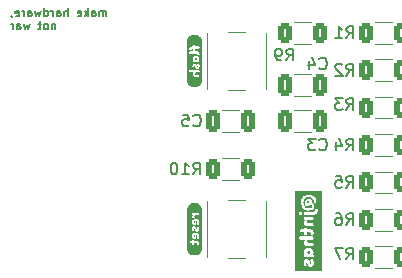
<source format=gbo>
G04 #@! TF.GenerationSoftware,KiCad,Pcbnew,6.0.8-f2edbf62ab~116~ubuntu22.04.1*
G04 #@! TF.CreationDate,2022-11-21T22:24:26-03:00*
G04 #@! TF.ProjectId,pip,7069702e-6b69-4636-9164-5f7063625858,rev?*
G04 #@! TF.SameCoordinates,Original*
G04 #@! TF.FileFunction,Legend,Bot*
G04 #@! TF.FilePolarity,Positive*
%FSLAX46Y46*%
G04 Gerber Fmt 4.6, Leading zero omitted, Abs format (unit mm)*
G04 Created by KiCad (PCBNEW 6.0.8-f2edbf62ab~116~ubuntu22.04.1) date 2022-11-21 22:24:26*
%MOMM*%
%LPD*%
G01*
G04 APERTURE LIST*
G04 Aperture macros list*
%AMRoundRect*
0 Rectangle with rounded corners*
0 $1 Rounding radius*
0 $2 $3 $4 $5 $6 $7 $8 $9 X,Y pos of 4 corners*
0 Add a 4 corners polygon primitive as box body*
4,1,4,$2,$3,$4,$5,$6,$7,$8,$9,$2,$3,0*
0 Add four circle primitives for the rounded corners*
1,1,$1+$1,$2,$3*
1,1,$1+$1,$4,$5*
1,1,$1+$1,$6,$7*
1,1,$1+$1,$8,$9*
0 Add four rect primitives between the rounded corners*
20,1,$1+$1,$2,$3,$4,$5,0*
20,1,$1+$1,$4,$5,$6,$7,0*
20,1,$1+$1,$6,$7,$8,$9,0*
20,1,$1+$1,$8,$9,$2,$3,0*%
G04 Aperture macros list end*
%ADD10C,0.175000*%
%ADD11C,0.150000*%
%ADD12C,0.120000*%
%ADD13C,0.800000*%
%ADD14R,1.700000X1.700000*%
%ADD15O,1.700000X1.700000*%
%ADD16RoundRect,0.250000X0.312500X0.625000X-0.312500X0.625000X-0.312500X-0.625000X0.312500X-0.625000X0*%
%ADD17RoundRect,0.250000X-0.325000X-0.650000X0.325000X-0.650000X0.325000X0.650000X-0.325000X0.650000X0*%
%ADD18RoundRect,0.250000X-0.312500X-0.625000X0.312500X-0.625000X0.312500X0.625000X-0.312500X0.625000X0*%
%ADD19RoundRect,0.250000X0.325000X0.650000X-0.325000X0.650000X-0.325000X-0.650000X0.325000X-0.650000X0*%
%ADD20R,0.800000X1.000000*%
G04 APERTURE END LIST*
D10*
X125882416Y-80525166D02*
X125882416Y-80058500D01*
X125882416Y-80125166D02*
X125849083Y-80091833D01*
X125782416Y-80058500D01*
X125682416Y-80058500D01*
X125615750Y-80091833D01*
X125582416Y-80158500D01*
X125582416Y-80525166D01*
X125582416Y-80158500D02*
X125549083Y-80091833D01*
X125482416Y-80058500D01*
X125382416Y-80058500D01*
X125315750Y-80091833D01*
X125282416Y-80158500D01*
X125282416Y-80525166D01*
X124649083Y-80525166D02*
X124649083Y-80158500D01*
X124682416Y-80091833D01*
X124749083Y-80058500D01*
X124882416Y-80058500D01*
X124949083Y-80091833D01*
X124649083Y-80491833D02*
X124715750Y-80525166D01*
X124882416Y-80525166D01*
X124949083Y-80491833D01*
X124982416Y-80425166D01*
X124982416Y-80358500D01*
X124949083Y-80291833D01*
X124882416Y-80258500D01*
X124715750Y-80258500D01*
X124649083Y-80225166D01*
X124315750Y-80525166D02*
X124315750Y-79825166D01*
X124249083Y-80258500D02*
X124049083Y-80525166D01*
X124049083Y-80058500D02*
X124315750Y-80325166D01*
X123482416Y-80491833D02*
X123549083Y-80525166D01*
X123682416Y-80525166D01*
X123749083Y-80491833D01*
X123782416Y-80425166D01*
X123782416Y-80158500D01*
X123749083Y-80091833D01*
X123682416Y-80058500D01*
X123549083Y-80058500D01*
X123482416Y-80091833D01*
X123449083Y-80158500D01*
X123449083Y-80225166D01*
X123782416Y-80291833D01*
X122615750Y-80525166D02*
X122615750Y-79825166D01*
X122315750Y-80525166D02*
X122315750Y-80158500D01*
X122349083Y-80091833D01*
X122415750Y-80058500D01*
X122515750Y-80058500D01*
X122582416Y-80091833D01*
X122615750Y-80125166D01*
X121682416Y-80525166D02*
X121682416Y-80158500D01*
X121715750Y-80091833D01*
X121782416Y-80058500D01*
X121915750Y-80058500D01*
X121982416Y-80091833D01*
X121682416Y-80491833D02*
X121749083Y-80525166D01*
X121915750Y-80525166D01*
X121982416Y-80491833D01*
X122015750Y-80425166D01*
X122015750Y-80358500D01*
X121982416Y-80291833D01*
X121915750Y-80258500D01*
X121749083Y-80258500D01*
X121682416Y-80225166D01*
X121349083Y-80525166D02*
X121349083Y-80058500D01*
X121349083Y-80191833D02*
X121315750Y-80125166D01*
X121282416Y-80091833D01*
X121215750Y-80058500D01*
X121149083Y-80058500D01*
X120615750Y-80525166D02*
X120615750Y-79825166D01*
X120615750Y-80491833D02*
X120682416Y-80525166D01*
X120815750Y-80525166D01*
X120882416Y-80491833D01*
X120915750Y-80458500D01*
X120949083Y-80391833D01*
X120949083Y-80191833D01*
X120915750Y-80125166D01*
X120882416Y-80091833D01*
X120815750Y-80058500D01*
X120682416Y-80058500D01*
X120615750Y-80091833D01*
X120349083Y-80058500D02*
X120215750Y-80525166D01*
X120082416Y-80191833D01*
X119949083Y-80525166D01*
X119815750Y-80058500D01*
X119249083Y-80525166D02*
X119249083Y-80158500D01*
X119282416Y-80091833D01*
X119349083Y-80058500D01*
X119482416Y-80058500D01*
X119549083Y-80091833D01*
X119249083Y-80491833D02*
X119315750Y-80525166D01*
X119482416Y-80525166D01*
X119549083Y-80491833D01*
X119582416Y-80425166D01*
X119582416Y-80358500D01*
X119549083Y-80291833D01*
X119482416Y-80258500D01*
X119315750Y-80258500D01*
X119249083Y-80225166D01*
X118915750Y-80525166D02*
X118915750Y-80058500D01*
X118915750Y-80191833D02*
X118882416Y-80125166D01*
X118849083Y-80091833D01*
X118782416Y-80058500D01*
X118715750Y-80058500D01*
X118215750Y-80491833D02*
X118282416Y-80525166D01*
X118415750Y-80525166D01*
X118482416Y-80491833D01*
X118515750Y-80425166D01*
X118515750Y-80158500D01*
X118482416Y-80091833D01*
X118415750Y-80058500D01*
X118282416Y-80058500D01*
X118215750Y-80091833D01*
X118182416Y-80158500D01*
X118182416Y-80225166D01*
X118515750Y-80291833D01*
X117849083Y-80491833D02*
X117849083Y-80525166D01*
X117882416Y-80591833D01*
X117915750Y-80625166D01*
X121549083Y-81185500D02*
X121549083Y-81652166D01*
X121549083Y-81252166D02*
X121515750Y-81218833D01*
X121449083Y-81185500D01*
X121349083Y-81185500D01*
X121282416Y-81218833D01*
X121249083Y-81285500D01*
X121249083Y-81652166D01*
X120815750Y-81652166D02*
X120882416Y-81618833D01*
X120915750Y-81585500D01*
X120949083Y-81518833D01*
X120949083Y-81318833D01*
X120915750Y-81252166D01*
X120882416Y-81218833D01*
X120815750Y-81185500D01*
X120715750Y-81185500D01*
X120649083Y-81218833D01*
X120615750Y-81252166D01*
X120582416Y-81318833D01*
X120582416Y-81518833D01*
X120615750Y-81585500D01*
X120649083Y-81618833D01*
X120715750Y-81652166D01*
X120815750Y-81652166D01*
X120382416Y-81185500D02*
X120115750Y-81185500D01*
X120282416Y-80952166D02*
X120282416Y-81552166D01*
X120249083Y-81618833D01*
X120182416Y-81652166D01*
X120115750Y-81652166D01*
X119415750Y-81185500D02*
X119282416Y-81652166D01*
X119149083Y-81318833D01*
X119015750Y-81652166D01*
X118882416Y-81185500D01*
X118315750Y-81652166D02*
X118315750Y-81285500D01*
X118349083Y-81218833D01*
X118415750Y-81185500D01*
X118549083Y-81185500D01*
X118615750Y-81218833D01*
X118315750Y-81618833D02*
X118382416Y-81652166D01*
X118549083Y-81652166D01*
X118615750Y-81618833D01*
X118649083Y-81552166D01*
X118649083Y-81485500D01*
X118615750Y-81418833D01*
X118549083Y-81385500D01*
X118382416Y-81385500D01*
X118315750Y-81352166D01*
X117982416Y-81652166D02*
X117982416Y-81185500D01*
X117982416Y-81318833D02*
X117949083Y-81252166D01*
X117915750Y-81218833D01*
X117849083Y-81185500D01*
X117782416Y-81185500D01*
D11*
X141136666Y-84272380D02*
X141470000Y-83796190D01*
X141708095Y-84272380D02*
X141708095Y-83272380D01*
X141327142Y-83272380D01*
X141231904Y-83320000D01*
X141184285Y-83367619D01*
X141136666Y-83462857D01*
X141136666Y-83605714D01*
X141184285Y-83700952D01*
X141231904Y-83748571D01*
X141327142Y-83796190D01*
X141708095Y-83796190D01*
X140660476Y-84272380D02*
X140470000Y-84272380D01*
X140374761Y-84224761D01*
X140327142Y-84177142D01*
X140231904Y-84034285D01*
X140184285Y-83843809D01*
X140184285Y-83462857D01*
X140231904Y-83367619D01*
X140279523Y-83320000D01*
X140374761Y-83272380D01*
X140565238Y-83272380D01*
X140660476Y-83320000D01*
X140708095Y-83367619D01*
X140755714Y-83462857D01*
X140755714Y-83700952D01*
X140708095Y-83796190D01*
X140660476Y-83843809D01*
X140565238Y-83891428D01*
X140374761Y-83891428D01*
X140279523Y-83843809D01*
X140231904Y-83796190D01*
X140184285Y-83700952D01*
X133262666Y-89765142D02*
X133310285Y-89812761D01*
X133453142Y-89860380D01*
X133548380Y-89860380D01*
X133691238Y-89812761D01*
X133786476Y-89717523D01*
X133834095Y-89622285D01*
X133881714Y-89431809D01*
X133881714Y-89288952D01*
X133834095Y-89098476D01*
X133786476Y-89003238D01*
X133691238Y-88908000D01*
X133548380Y-88860380D01*
X133453142Y-88860380D01*
X133310285Y-88908000D01*
X133262666Y-88955619D01*
X132357904Y-88860380D02*
X132834095Y-88860380D01*
X132881714Y-89336571D01*
X132834095Y-89288952D01*
X132738857Y-89241333D01*
X132500761Y-89241333D01*
X132405523Y-89288952D01*
X132357904Y-89336571D01*
X132310285Y-89431809D01*
X132310285Y-89669904D01*
X132357904Y-89765142D01*
X132405523Y-89812761D01*
X132500761Y-89860380D01*
X132738857Y-89860380D01*
X132834095Y-89812761D01*
X132881714Y-89765142D01*
X146216666Y-95059880D02*
X146550000Y-94583690D01*
X146788095Y-95059880D02*
X146788095Y-94059880D01*
X146407142Y-94059880D01*
X146311904Y-94107500D01*
X146264285Y-94155119D01*
X146216666Y-94250357D01*
X146216666Y-94393214D01*
X146264285Y-94488452D01*
X146311904Y-94536071D01*
X146407142Y-94583690D01*
X146788095Y-94583690D01*
X145311904Y-94059880D02*
X145788095Y-94059880D01*
X145835714Y-94536071D01*
X145788095Y-94488452D01*
X145692857Y-94440833D01*
X145454761Y-94440833D01*
X145359523Y-94488452D01*
X145311904Y-94536071D01*
X145264285Y-94631309D01*
X145264285Y-94869404D01*
X145311904Y-94964642D01*
X145359523Y-95012261D01*
X145454761Y-95059880D01*
X145692857Y-95059880D01*
X145788095Y-95012261D01*
X145835714Y-94964642D01*
X146216666Y-91894980D02*
X146550000Y-91418790D01*
X146788095Y-91894980D02*
X146788095Y-90894980D01*
X146407142Y-90894980D01*
X146311904Y-90942600D01*
X146264285Y-90990219D01*
X146216666Y-91085457D01*
X146216666Y-91228314D01*
X146264285Y-91323552D01*
X146311904Y-91371171D01*
X146407142Y-91418790D01*
X146788095Y-91418790D01*
X145359523Y-91228314D02*
X145359523Y-91894980D01*
X145597619Y-90847361D02*
X145835714Y-91561647D01*
X145216666Y-91561647D01*
X146216666Y-98224680D02*
X146550000Y-97748490D01*
X146788095Y-98224680D02*
X146788095Y-97224680D01*
X146407142Y-97224680D01*
X146311904Y-97272300D01*
X146264285Y-97319919D01*
X146216666Y-97415157D01*
X146216666Y-97558014D01*
X146264285Y-97653252D01*
X146311904Y-97700871D01*
X146407142Y-97748490D01*
X146788095Y-97748490D01*
X145359523Y-97224680D02*
X145550000Y-97224680D01*
X145645238Y-97272300D01*
X145692857Y-97319919D01*
X145788095Y-97462776D01*
X145835714Y-97653252D01*
X145835714Y-98034204D01*
X145788095Y-98129442D01*
X145740476Y-98177061D01*
X145645238Y-98224680D01*
X145454761Y-98224680D01*
X145359523Y-98177061D01*
X145311904Y-98129442D01*
X145264285Y-98034204D01*
X145264285Y-97796109D01*
X145311904Y-97700871D01*
X145359523Y-97653252D01*
X145454761Y-97605633D01*
X145645238Y-97605633D01*
X145740476Y-97653252D01*
X145788095Y-97700871D01*
X145835714Y-97796109D01*
X146216666Y-82400380D02*
X146550000Y-81924190D01*
X146788095Y-82400380D02*
X146788095Y-81400380D01*
X146407142Y-81400380D01*
X146311904Y-81448000D01*
X146264285Y-81495619D01*
X146216666Y-81590857D01*
X146216666Y-81733714D01*
X146264285Y-81828952D01*
X146311904Y-81876571D01*
X146407142Y-81924190D01*
X146788095Y-81924190D01*
X145264285Y-82400380D02*
X145835714Y-82400380D01*
X145550000Y-82400380D02*
X145550000Y-81400380D01*
X145645238Y-81543238D01*
X145740476Y-81638476D01*
X145835714Y-81686095D01*
X143930666Y-84939142D02*
X143978285Y-84986761D01*
X144121142Y-85034380D01*
X144216380Y-85034380D01*
X144359238Y-84986761D01*
X144454476Y-84891523D01*
X144502095Y-84796285D01*
X144549714Y-84605809D01*
X144549714Y-84462952D01*
X144502095Y-84272476D01*
X144454476Y-84177238D01*
X144359238Y-84082000D01*
X144216380Y-84034380D01*
X144121142Y-84034380D01*
X143978285Y-84082000D01*
X143930666Y-84129619D01*
X143073523Y-84367714D02*
X143073523Y-85034380D01*
X143311619Y-83986761D02*
X143549714Y-84701047D01*
X142930666Y-84701047D01*
X146216666Y-101135580D02*
X146550000Y-100659390D01*
X146788095Y-101135580D02*
X146788095Y-100135580D01*
X146407142Y-100135580D01*
X146311904Y-100183200D01*
X146264285Y-100230819D01*
X146216666Y-100326057D01*
X146216666Y-100468914D01*
X146264285Y-100564152D01*
X146311904Y-100611771D01*
X146407142Y-100659390D01*
X146788095Y-100659390D01*
X145883333Y-100135580D02*
X145216666Y-100135580D01*
X145645238Y-101135580D01*
X143930666Y-91797142D02*
X143978285Y-91844761D01*
X144121142Y-91892380D01*
X144216380Y-91892380D01*
X144359238Y-91844761D01*
X144454476Y-91749523D01*
X144502095Y-91654285D01*
X144549714Y-91463809D01*
X144549714Y-91320952D01*
X144502095Y-91130476D01*
X144454476Y-91035238D01*
X144359238Y-90940000D01*
X144216380Y-90892380D01*
X144121142Y-90892380D01*
X143978285Y-90940000D01*
X143930666Y-90987619D01*
X143597333Y-90892380D02*
X142978285Y-90892380D01*
X143311619Y-91273333D01*
X143168761Y-91273333D01*
X143073523Y-91320952D01*
X143025904Y-91368571D01*
X142978285Y-91463809D01*
X142978285Y-91701904D01*
X143025904Y-91797142D01*
X143073523Y-91844761D01*
X143168761Y-91892380D01*
X143454476Y-91892380D01*
X143549714Y-91844761D01*
X143597333Y-91797142D01*
X146216666Y-88476080D02*
X146550000Y-87999890D01*
X146788095Y-88476080D02*
X146788095Y-87476080D01*
X146407142Y-87476080D01*
X146311904Y-87523700D01*
X146264285Y-87571319D01*
X146216666Y-87666557D01*
X146216666Y-87809414D01*
X146264285Y-87904652D01*
X146311904Y-87952271D01*
X146407142Y-87999890D01*
X146788095Y-87999890D01*
X145883333Y-87476080D02*
X145264285Y-87476080D01*
X145597619Y-87857033D01*
X145454761Y-87857033D01*
X145359523Y-87904652D01*
X145311904Y-87952271D01*
X145264285Y-88047509D01*
X145264285Y-88285604D01*
X145311904Y-88380842D01*
X145359523Y-88428461D01*
X145454761Y-88476080D01*
X145740476Y-88476080D01*
X145835714Y-88428461D01*
X145883333Y-88380842D01*
X146216666Y-85565280D02*
X146550000Y-85089090D01*
X146788095Y-85565280D02*
X146788095Y-84565280D01*
X146407142Y-84565280D01*
X146311904Y-84612900D01*
X146264285Y-84660519D01*
X146216666Y-84755757D01*
X146216666Y-84898614D01*
X146264285Y-84993852D01*
X146311904Y-85041471D01*
X146407142Y-85089090D01*
X146788095Y-85089090D01*
X145835714Y-84660519D02*
X145788095Y-84612900D01*
X145692857Y-84565280D01*
X145454761Y-84565280D01*
X145359523Y-84612900D01*
X145311904Y-84660519D01*
X145264285Y-84755757D01*
X145264285Y-84850995D01*
X145311904Y-84993852D01*
X145883333Y-85565280D01*
X145264285Y-85565280D01*
X133230857Y-93924380D02*
X133564190Y-93448190D01*
X133802285Y-93924380D02*
X133802285Y-92924380D01*
X133421333Y-92924380D01*
X133326095Y-92972000D01*
X133278476Y-93019619D01*
X133230857Y-93114857D01*
X133230857Y-93257714D01*
X133278476Y-93352952D01*
X133326095Y-93400571D01*
X133421333Y-93448190D01*
X133802285Y-93448190D01*
X132278476Y-93924380D02*
X132849904Y-93924380D01*
X132564190Y-93924380D02*
X132564190Y-92924380D01*
X132659428Y-93067238D01*
X132754666Y-93162476D01*
X132849904Y-93210095D01*
X131659428Y-92924380D02*
X131564190Y-92924380D01*
X131468952Y-92972000D01*
X131421333Y-93019619D01*
X131373714Y-93114857D01*
X131326095Y-93305333D01*
X131326095Y-93543428D01*
X131373714Y-93733904D01*
X131421333Y-93829142D01*
X131468952Y-93876761D01*
X131564190Y-93924380D01*
X131659428Y-93924380D01*
X131754666Y-93876761D01*
X131802285Y-93829142D01*
X131849904Y-93733904D01*
X131897523Y-93543428D01*
X131897523Y-93305333D01*
X131849904Y-93114857D01*
X131802285Y-93019619D01*
X131754666Y-92972000D01*
X131659428Y-92924380D01*
D12*
X143221064Y-82858000D02*
X141766936Y-82858000D01*
X143221064Y-81038000D02*
X141766936Y-81038000D01*
G36*
X141878315Y-102082200D02*
G01*
X141878315Y-101427621D01*
X142583694Y-101427621D01*
X142597187Y-101541921D01*
X142637669Y-101659396D01*
X142701169Y-101714959D01*
X142794831Y-101680034D01*
X142850394Y-101608596D01*
X142826581Y-101537952D01*
X142802769Y-101426034D01*
X142837694Y-101332371D01*
X142876984Y-101359359D01*
X142899606Y-101440321D01*
X142920244Y-101543509D01*
X142959931Y-101643521D01*
X143036925Y-101720515D01*
X143098639Y-101743732D01*
X143174244Y-101751471D01*
X143250642Y-101743732D01*
X143314738Y-101720515D01*
X143401256Y-101633996D01*
X143428597Y-101560530D01*
X143445001Y-101475599D01*
X143450469Y-101379202D01*
X143440591Y-101278396D01*
X143410958Y-101180236D01*
X143361569Y-101084721D01*
X143301244Y-101054559D01*
X143249253Y-101069640D01*
X143175831Y-101114884D01*
X143148844Y-101171240D01*
X143187738Y-101276809D01*
X143226631Y-101397459D01*
X143217106Y-101470087D01*
X143188531Y-101494296D01*
X143162337Y-101467706D01*
X143144081Y-101387934D01*
X143118284Y-101288318D01*
X143069469Y-101189496D01*
X142979775Y-101113296D01*
X142912902Y-101090674D01*
X142834519Y-101083134D01*
X142744222Y-101096913D01*
X142673991Y-101138252D01*
X142623826Y-101207149D01*
X142593727Y-101303606D01*
X142583694Y-101427621D01*
X141878315Y-101427621D01*
X141878315Y-100800559D01*
X142599569Y-100800559D01*
X142609094Y-100892634D01*
X142642431Y-100934702D01*
X142684500Y-100948990D01*
X142739269Y-100951371D01*
X143294894Y-100951371D01*
X143349663Y-100948990D01*
X143391731Y-100935496D01*
X143422688Y-100897198D01*
X143433006Y-100826752D01*
X143411575Y-100710865D01*
X143348869Y-100676734D01*
X143411972Y-100598351D01*
X143433006Y-100480677D01*
X143419072Y-100391337D01*
X143377267Y-100306405D01*
X143307594Y-100225884D01*
X143219488Y-100160620D01*
X143122385Y-100121462D01*
X143016288Y-100108409D01*
X142910278Y-100121550D01*
X142813440Y-100160973D01*
X142725775Y-100226677D01*
X142656542Y-100308081D01*
X142615003Y-100394600D01*
X142601156Y-100486234D01*
X142620206Y-100584659D01*
X142655925Y-100646571D01*
X142688469Y-100675146D01*
X142621794Y-100711262D01*
X142599569Y-100800559D01*
X141878315Y-100800559D01*
X141878315Y-99311484D01*
X142209044Y-99311484D01*
X142219759Y-99391653D01*
X142251906Y-99432134D01*
X142293975Y-99447215D01*
X142348744Y-99449596D01*
X142699581Y-99449596D01*
X142626953Y-99535718D01*
X142602744Y-99635334D01*
X142616149Y-99735258D01*
X142656366Y-99823364D01*
X142723394Y-99899652D01*
X142809824Y-99958302D01*
X142908249Y-99993491D01*
X143018669Y-100005221D01*
X143298069Y-100005221D01*
X143352837Y-100002840D01*
X143394906Y-99987759D01*
X143425863Y-99946881D01*
X143436181Y-99865521D01*
X143425863Y-99786940D01*
X143394906Y-99744871D01*
X143352044Y-99729790D01*
X143294894Y-99727409D01*
X143017081Y-99727409D01*
X142915481Y-99690896D01*
X142878969Y-99598027D01*
X142913100Y-99498809D01*
X142990094Y-99449596D01*
X143298069Y-99449596D01*
X143352837Y-99447215D01*
X143394906Y-99432134D01*
X143425863Y-99391256D01*
X143436181Y-99309896D01*
X143425466Y-99229331D01*
X143393319Y-99187659D01*
X143352044Y-99174165D01*
X143296481Y-99171784D01*
X142347156Y-99171784D01*
X142292387Y-99174165D01*
X142251906Y-99187659D01*
X142219759Y-99229727D01*
X142209044Y-99311484D01*
X141878315Y-99311484D01*
X141878315Y-98705059D01*
X142313819Y-98705059D01*
X142328503Y-98791181D01*
X142372556Y-98833646D01*
X142453519Y-98841584D01*
X142609094Y-98841584D01*
X142602744Y-98947153D01*
X142605125Y-99001127D01*
X142620206Y-99043196D01*
X142661084Y-99074152D01*
X142742444Y-99084471D01*
X142823009Y-99073756D01*
X142864681Y-99041609D01*
X142878175Y-98999540D01*
X142880556Y-98944771D01*
X142874206Y-98841584D01*
X143093281Y-98841584D01*
X143155194Y-98855078D01*
X143174244Y-98905878D01*
X143176625Y-98963027D01*
X143191706Y-99005096D01*
X143298069Y-99041609D01*
X143378634Y-99030496D01*
X143420306Y-98997159D01*
X143433800Y-98955090D01*
X143436181Y-98901909D01*
X143427891Y-98800662D01*
X143403020Y-98717053D01*
X143361569Y-98651084D01*
X143300362Y-98603459D01*
X143216224Y-98574884D01*
X143109156Y-98565359D01*
X142874206Y-98565359D01*
X142878969Y-98500271D01*
X142851981Y-98442327D01*
X142759906Y-98419309D01*
X142665450Y-98427246D01*
X142623381Y-98449471D01*
X142602744Y-98512971D01*
X142609094Y-98565359D01*
X142445581Y-98565359D01*
X142391606Y-98567740D01*
X142353506Y-98582821D01*
X142323741Y-98623699D01*
X142313819Y-98705059D01*
X141878315Y-98705059D01*
X141878315Y-97962109D01*
X142599569Y-97962109D01*
X142613063Y-98062033D01*
X142653544Y-98150139D01*
X142721013Y-98226428D01*
X142807884Y-98285077D01*
X142906574Y-98320266D01*
X143017081Y-98331996D01*
X143296481Y-98331996D01*
X143351250Y-98329615D01*
X143391731Y-98316121D01*
X143423878Y-98274053D01*
X143434594Y-98192296D01*
X143419909Y-98103396D01*
X143375856Y-98062121D01*
X143294894Y-98052596D01*
X143015494Y-98052596D01*
X142913894Y-98015290D01*
X142877381Y-97915278D01*
X142915481Y-97813678D01*
X143015494Y-97774784D01*
X143296481Y-97774784D01*
X143351250Y-97772403D01*
X143391731Y-97757321D01*
X143423878Y-97716443D01*
X143434594Y-97635084D01*
X143423878Y-97554518D01*
X143391731Y-97512846D01*
X143349663Y-97499352D01*
X143294894Y-97496971D01*
X142732919Y-97496971D01*
X142679737Y-97499352D01*
X142639256Y-97514434D01*
X142609491Y-97556106D01*
X142599569Y-97636671D01*
X142608697Y-97714856D01*
X142636081Y-97755734D01*
X142701169Y-97771609D01*
X142669419Y-97800184D01*
X142636081Y-97843046D01*
X142599569Y-97962109D01*
X141878315Y-97962109D01*
X141878315Y-97235034D01*
X142210631Y-97235034D01*
X142220950Y-97312424D01*
X142251906Y-97354096D01*
X142290006Y-97367590D01*
X142342394Y-97369971D01*
X142351919Y-97369971D01*
X142404306Y-97367590D01*
X142443994Y-97352509D01*
X142474950Y-97310440D01*
X142483328Y-97235034D01*
X142594806Y-97235034D01*
X142604331Y-97312821D01*
X142636875Y-97353302D01*
X142678150Y-97367590D01*
X142732919Y-97369971D01*
X143386969Y-97369971D01*
X143502503Y-97355684D01*
X143601458Y-97312821D01*
X143683831Y-97241384D01*
X143745567Y-97152837D01*
X143782609Y-97058645D01*
X143794956Y-96958809D01*
X143792575Y-96904834D01*
X143779081Y-96865146D01*
X143738997Y-96834190D01*
X143663194Y-96823871D01*
X143586994Y-96832404D01*
X143545719Y-96858002D01*
X143521906Y-96950077D01*
X143490156Y-97052471D01*
X143445706Y-97085809D01*
X143375856Y-97096921D01*
X142721806Y-97096921D01*
X142640050Y-97112002D01*
X142604331Y-97156453D01*
X142595191Y-97231859D01*
X142594806Y-97235034D01*
X142483328Y-97235034D01*
X142483681Y-97231859D01*
X142474156Y-97154071D01*
X142441613Y-97113590D01*
X142400337Y-97099302D01*
X142345569Y-97096921D01*
X142291594Y-97099302D01*
X142251906Y-97112796D01*
X142220950Y-97154468D01*
X142210631Y-97235034D01*
X141878315Y-97235034D01*
X141878315Y-96270627D01*
X142375731Y-96270627D01*
X142380053Y-96374168D01*
X142393017Y-96469947D01*
X142414625Y-96557965D01*
X142463044Y-96677226D01*
X142530512Y-96782596D01*
X142619413Y-96870504D01*
X142732125Y-96937377D01*
X142816792Y-96968687D01*
X142904633Y-96987472D01*
X142995650Y-96993734D01*
X143123841Y-96984209D01*
X143230600Y-96955634D01*
X143316920Y-96911581D01*
X143383794Y-96855621D01*
X143449058Y-96769191D01*
X143488216Y-96677116D01*
X143501269Y-96579396D01*
X143485394Y-96483352D01*
X143437769Y-96404771D01*
X143362759Y-96352384D01*
X143264731Y-96334921D01*
X143226631Y-96338096D01*
X143269494Y-96275787D01*
X143283781Y-96193634D01*
X143264136Y-96106520D01*
X143205200Y-96029327D01*
X143118483Y-95975154D01*
X143015494Y-95957096D01*
X142926153Y-95968738D01*
X142846513Y-96003663D01*
X142776575Y-96061871D01*
X142703352Y-96164860D01*
X142678944Y-96264277D01*
X142694819Y-96347026D01*
X142742444Y-96400009D01*
X142694025Y-96430965D01*
X142677356Y-96507165D01*
X142694025Y-96580190D01*
X142732125Y-96600034D01*
X142778956Y-96596859D01*
X143185356Y-96542884D01*
X143269494Y-96531771D01*
X143295688Y-96543677D01*
X143302831Y-96580984D01*
X143296481Y-96630196D01*
X143270288Y-96684965D01*
X143218694Y-96739734D01*
X143129794Y-96782596D01*
X143015494Y-96796884D01*
X142899209Y-96786565D01*
X142804356Y-96755609D01*
X142728950Y-96706793D01*
X142671006Y-96642896D01*
X142616326Y-96538915D01*
X142583517Y-96421705D01*
X142572581Y-96291265D01*
X142585546Y-96162854D01*
X142624440Y-96051729D01*
X142689262Y-95957890D01*
X142776310Y-95886893D01*
X142881879Y-95844296D01*
X143005969Y-95830096D01*
X143130323Y-95841121D01*
X143236685Y-95874193D01*
X143325056Y-95929315D01*
X143391202Y-96007543D01*
X143430890Y-96109937D01*
X143444119Y-96236496D01*
X143444119Y-96266659D01*
X143462375Y-96319840D01*
X143529844Y-96334921D01*
X143600488Y-96327777D01*
X143629856Y-96303171D01*
X143642556Y-96234909D01*
X143631791Y-96102551D01*
X143599495Y-95984877D01*
X143545669Y-95881888D01*
X143470312Y-95793584D01*
X143376799Y-95722742D01*
X143268502Y-95672140D01*
X143145421Y-95641779D01*
X143007556Y-95631659D01*
X142883643Y-95641889D01*
X142770137Y-95672581D01*
X142667037Y-95723734D01*
X142577432Y-95791202D01*
X142504407Y-95870842D01*
X142447962Y-95962652D01*
X142407834Y-96062136D01*
X142383757Y-96164794D01*
X142375731Y-96270627D01*
X141878315Y-96270627D01*
X141878315Y-95300930D01*
X144125685Y-95300930D01*
X144125685Y-102082200D01*
X141878315Y-102082200D01*
G37*
G36*
X143055975Y-96185696D02*
G01*
X143082169Y-96252371D01*
X143051212Y-96326190D01*
X142982156Y-96363496D01*
X142972631Y-96363496D01*
X142908337Y-96340477D01*
X142880556Y-96273009D01*
X142911512Y-96196809D01*
X142982156Y-96160296D01*
X142993269Y-96160296D01*
X143055975Y-96185696D01*
G37*
G36*
X143113125Y-100427496D02*
G01*
X143155194Y-100527509D01*
X143112331Y-100625140D01*
X143017875Y-100664034D01*
X142921831Y-100626727D01*
X142877381Y-100526715D01*
X142921831Y-100425115D01*
X143018669Y-100386221D01*
X143113125Y-100427496D01*
G37*
X135686748Y-88498000D02*
X137109252Y-88498000D01*
X135686748Y-90318000D02*
X137109252Y-90318000D01*
X148624936Y-95517500D02*
X150079064Y-95517500D01*
X148624936Y-93697500D02*
X150079064Y-93697500D01*
X148624936Y-92352600D02*
X150079064Y-92352600D01*
X148624936Y-90532600D02*
X150079064Y-90532600D01*
X148624936Y-98682300D02*
X150079064Y-98682300D01*
X148624936Y-96862300D02*
X150079064Y-96862300D01*
X148624936Y-81038000D02*
X150079064Y-81038000D01*
X148624936Y-82858000D02*
X150079064Y-82858000D01*
X143205252Y-85450000D02*
X141782748Y-85450000D01*
X143205252Y-87270000D02*
X141782748Y-87270000D01*
X148624936Y-100027200D02*
X150079064Y-100027200D01*
X148624936Y-101847200D02*
X150079064Y-101847200D01*
G36*
X133549469Y-84085747D02*
G01*
X133578917Y-84155756D01*
X133548914Y-84224098D01*
X133482794Y-84251324D01*
X133415564Y-84225209D01*
X133384449Y-84155201D01*
X133415564Y-84084081D01*
X133483350Y-84056855D01*
X133549469Y-84085747D01*
G37*
G36*
X134013908Y-85965067D02*
G01*
X134004302Y-86029827D01*
X133988394Y-86093333D01*
X133966339Y-86154974D01*
X133938348Y-86214156D01*
X133904690Y-86270310D01*
X133865691Y-86322895D01*
X133821725Y-86371403D01*
X133773217Y-86415369D01*
X133720632Y-86454368D01*
X133664478Y-86488026D01*
X133605296Y-86516017D01*
X133543655Y-86538072D01*
X133480149Y-86553980D01*
X133415389Y-86563586D01*
X133350000Y-86566798D01*
X133284611Y-86563586D01*
X133219851Y-86553980D01*
X133156345Y-86538072D01*
X133094704Y-86516017D01*
X133035522Y-86488026D01*
X132979368Y-86454368D01*
X132926783Y-86415369D01*
X132878275Y-86371403D01*
X132834309Y-86322895D01*
X132795310Y-86270310D01*
X132761652Y-86214156D01*
X132733661Y-86154974D01*
X132711606Y-86093333D01*
X132695698Y-86029827D01*
X132686092Y-85965067D01*
X132682880Y-85899678D01*
X132682880Y-85182551D01*
X132916612Y-85182551D01*
X132924113Y-85238669D01*
X132946616Y-85267006D01*
X132976064Y-85277563D01*
X133014402Y-85279230D01*
X133259989Y-85279230D01*
X133209149Y-85339515D01*
X133192203Y-85409246D01*
X133201586Y-85479193D01*
X133229738Y-85540868D01*
X133276658Y-85594269D01*
X133337159Y-85635324D01*
X133406056Y-85659957D01*
X133483350Y-85668168D01*
X133678930Y-85668168D01*
X133717268Y-85666501D01*
X133746716Y-85655944D01*
X133768386Y-85627329D01*
X133775609Y-85570378D01*
X133768386Y-85515371D01*
X133746716Y-85485923D01*
X133716713Y-85475366D01*
X133676708Y-85473699D01*
X133482239Y-85473699D01*
X133411119Y-85448140D01*
X133385560Y-85383132D01*
X133409452Y-85313679D01*
X133463348Y-85279230D01*
X133678930Y-85279230D01*
X133717268Y-85277563D01*
X133746716Y-85267006D01*
X133768386Y-85238392D01*
X133775609Y-85181440D01*
X133768108Y-85125044D01*
X133745605Y-85095874D01*
X133716713Y-85086428D01*
X133677819Y-85084761D01*
X133013291Y-85084761D01*
X132974953Y-85086428D01*
X132946616Y-85095874D01*
X132924113Y-85125322D01*
X132916612Y-85182551D01*
X132682880Y-85182551D01*
X132682880Y-84785835D01*
X133178867Y-84785835D01*
X133188313Y-84865845D01*
X133216650Y-84948077D01*
X133261100Y-84986971D01*
X133326664Y-84962524D01*
X133365558Y-84912517D01*
X133348889Y-84863067D01*
X133332220Y-84784724D01*
X133356668Y-84719160D01*
X133384171Y-84738051D01*
X133400006Y-84794725D01*
X133414453Y-84866956D01*
X133442234Y-84936965D01*
X133496129Y-84990861D01*
X133539329Y-85007113D01*
X133592252Y-85012530D01*
X133645731Y-85007113D01*
X133690598Y-84990861D01*
X133751161Y-84930297D01*
X133770299Y-84878871D01*
X133781782Y-84819419D01*
X133785610Y-84751942D01*
X133778696Y-84681377D01*
X133757952Y-84612665D01*
X133723380Y-84545805D01*
X133681153Y-84524691D01*
X133644759Y-84535248D01*
X133593364Y-84566919D01*
X133574472Y-84606368D01*
X133601698Y-84680266D01*
X133628924Y-84764721D01*
X133622256Y-84815561D01*
X133602254Y-84832507D01*
X133583918Y-84813894D01*
X133571139Y-84758054D01*
X133553081Y-84688323D01*
X133518910Y-84619147D01*
X133456124Y-84565807D01*
X133409313Y-84549972D01*
X133354445Y-84544694D01*
X133291237Y-84554339D01*
X133242075Y-84583276D01*
X133206960Y-84631505D01*
X133185891Y-84699024D01*
X133178867Y-84785835D01*
X132682880Y-84785835D01*
X132682880Y-84346891D01*
X133189980Y-84346891D01*
X133196648Y-84411344D01*
X133219984Y-84440792D01*
X133249432Y-84450793D01*
X133287770Y-84452460D01*
X133676708Y-84452460D01*
X133715046Y-84450793D01*
X133744494Y-84441348D01*
X133766163Y-84414539D01*
X133773386Y-84365227D01*
X133758384Y-84284106D01*
X133714490Y-84260214D01*
X133758662Y-84205346D01*
X133773386Y-84122974D01*
X133763632Y-84060436D01*
X133734369Y-84000984D01*
X133685598Y-83944619D01*
X133623923Y-83898934D01*
X133555952Y-83871523D01*
X133481683Y-83862386D01*
X133407476Y-83871585D01*
X133339690Y-83899181D01*
X133278324Y-83945174D01*
X133229862Y-84002157D01*
X133200784Y-84062720D01*
X133191091Y-84126864D01*
X133204426Y-84195761D01*
X133229429Y-84239100D01*
X133252210Y-84259103D01*
X133205538Y-84284383D01*
X133189980Y-84346891D01*
X132682880Y-84346891D01*
X132682880Y-83613466D01*
X132914390Y-83613466D01*
X132921891Y-83668473D01*
X132944394Y-83697921D01*
X132974397Y-83708478D01*
X133013291Y-83710145D01*
X133527800Y-83710145D01*
X133578362Y-83716812D01*
X133588919Y-83746261D01*
X133590586Y-83776820D01*
X133600031Y-83795711D01*
X133678930Y-83817936D01*
X133735326Y-83812380D01*
X133764496Y-83795711D01*
X133776164Y-83746816D01*
X133771164Y-83657916D01*
X133751439Y-83587352D01*
X133714490Y-83546791D01*
X133643926Y-83523455D01*
X133541135Y-83515676D01*
X133012180Y-83515676D01*
X132973842Y-83517343D01*
X132944394Y-83526789D01*
X132921891Y-83556237D01*
X132914390Y-83613466D01*
X132682880Y-83613466D01*
X132682880Y-83327875D01*
X132914390Y-83327875D01*
X132916057Y-83366213D01*
X132926614Y-83395661D01*
X132955228Y-83418164D01*
X133012180Y-83425665D01*
X133088856Y-83406774D01*
X133108859Y-83357879D01*
X133108859Y-83326764D01*
X133136640Y-83285647D01*
X133197759Y-83285647D01*
X133191091Y-83357879D01*
X133201648Y-83418720D01*
X133233319Y-83447890D01*
X133288881Y-83454557D01*
X133343888Y-83447334D01*
X133373336Y-83424554D01*
X133386671Y-83356767D01*
X133382226Y-83285647D01*
X133680041Y-83285647D01*
X133742827Y-83275091D01*
X133770053Y-83242864D01*
X133776720Y-83186746D01*
X133769497Y-83131739D01*
X133746161Y-83102291D01*
X133716713Y-83091734D01*
X133677819Y-83090067D01*
X133383338Y-83090067D01*
X133383338Y-83050062D01*
X133370003Y-83008946D01*
X133288881Y-82987832D01*
X133220539Y-83004223D01*
X133197759Y-83053396D01*
X133197759Y-83090067D01*
X133138862Y-83090067D01*
X133057325Y-83105347D01*
X132983843Y-83151186D01*
X132945258Y-83197982D01*
X132922107Y-83256878D01*
X132914390Y-83327875D01*
X132682880Y-83327875D01*
X132682880Y-82756322D01*
X132686092Y-82690933D01*
X132695698Y-82626173D01*
X132711606Y-82562667D01*
X132733661Y-82501026D01*
X132761652Y-82441844D01*
X132795310Y-82385690D01*
X132834309Y-82333105D01*
X132878275Y-82284597D01*
X132926783Y-82240631D01*
X132979368Y-82201632D01*
X133035522Y-82167974D01*
X133094704Y-82139983D01*
X133156345Y-82117928D01*
X133219851Y-82102020D01*
X133284611Y-82092414D01*
X133350000Y-82089202D01*
X133415389Y-82092414D01*
X133480149Y-82102020D01*
X133543655Y-82117928D01*
X133605296Y-82139983D01*
X133664478Y-82167974D01*
X133720632Y-82201632D01*
X133773217Y-82240631D01*
X133821725Y-82284597D01*
X133865691Y-82333105D01*
X133904690Y-82385690D01*
X133938348Y-82441844D01*
X133966339Y-82501026D01*
X133988394Y-82562667D01*
X134004302Y-82626173D01*
X134013908Y-82690933D01*
X134017120Y-82756322D01*
X134017120Y-85899678D01*
X134013908Y-85965067D01*
G37*
X139399800Y-81927200D02*
X139369800Y-81927200D01*
X134391400Y-81978000D02*
X134391400Y-86678000D01*
X136156000Y-81837400D02*
X137656000Y-81837400D01*
X136156000Y-86817200D02*
X137656000Y-86817200D01*
X134416800Y-81940400D02*
X134386800Y-81940400D01*
X134386800Y-86715600D02*
X134416800Y-86715600D01*
X139404000Y-81964800D02*
X139404000Y-86664800D01*
X139399800Y-86664800D02*
X139369800Y-86664800D01*
X143205252Y-88498000D02*
X141782748Y-88498000D01*
X143205252Y-90318000D02*
X141782748Y-90318000D01*
X148624936Y-89187700D02*
X150079064Y-89187700D01*
X148624936Y-87367700D02*
X150079064Y-87367700D01*
X148624936Y-86022900D02*
X150079064Y-86022900D01*
X148624936Y-84202900D02*
X150079064Y-84202900D01*
X134386800Y-100939600D02*
X134416800Y-100939600D01*
X139399800Y-96151200D02*
X139369800Y-96151200D01*
X134416800Y-96164400D02*
X134386800Y-96164400D01*
X139404000Y-96188800D02*
X139404000Y-100888800D01*
X136156000Y-96061400D02*
X137656000Y-96061400D01*
X139399800Y-100888800D02*
X139369800Y-100888800D01*
X136156000Y-101041200D02*
X137656000Y-101041200D01*
X134391400Y-96202000D02*
X134391400Y-100902000D01*
G36*
X133405562Y-99188746D02*
G01*
X133370002Y-99230974D01*
X133328886Y-99211527D01*
X133313329Y-99155964D01*
X133342777Y-99084289D01*
X133405562Y-99048729D01*
X133405562Y-99188746D01*
G37*
G36*
X133978519Y-100226698D02*
G01*
X133969425Y-100288006D01*
X133954366Y-100348126D01*
X133933486Y-100406482D01*
X133906987Y-100462510D01*
X133875123Y-100515670D01*
X133838203Y-100565452D01*
X133796581Y-100611375D01*
X133750658Y-100652997D01*
X133700876Y-100689917D01*
X133647716Y-100721781D01*
X133591688Y-100748280D01*
X133533332Y-100769160D01*
X133473211Y-100784219D01*
X133411904Y-100793313D01*
X133350000Y-100796355D01*
X133288096Y-100793313D01*
X133226789Y-100784219D01*
X133166668Y-100769160D01*
X133108312Y-100748280D01*
X133052284Y-100721781D01*
X132999124Y-100689917D01*
X132949342Y-100652997D01*
X132903419Y-100611375D01*
X132861797Y-100565452D01*
X132824877Y-100515670D01*
X132793013Y-100462510D01*
X132766514Y-100406482D01*
X132745634Y-100348126D01*
X132730575Y-100288006D01*
X132721481Y-100226698D01*
X132718440Y-100164794D01*
X132718440Y-99667695D01*
X132949950Y-99667695D01*
X132960229Y-99727980D01*
X132991066Y-99757706D01*
X133047740Y-99763263D01*
X133156642Y-99763263D01*
X133152197Y-99837161D01*
X133153864Y-99874943D01*
X133164421Y-99904391D01*
X133193036Y-99926061D01*
X133249987Y-99933284D01*
X133306383Y-99925783D01*
X133335554Y-99903280D01*
X133344999Y-99873832D01*
X133346666Y-99835494D01*
X133342221Y-99763263D01*
X133495574Y-99763263D01*
X133538912Y-99772708D01*
X133552247Y-99808268D01*
X133553914Y-99848273D01*
X133564471Y-99877721D01*
X133638925Y-99903280D01*
X133695321Y-99895501D01*
X133724491Y-99872165D01*
X133733937Y-99842717D01*
X133735604Y-99805490D01*
X133729801Y-99734617D01*
X133712391Y-99676091D01*
X133683375Y-99629913D01*
X133640530Y-99596575D01*
X133581634Y-99576573D01*
X133506686Y-99569905D01*
X133342221Y-99569905D01*
X133345555Y-99524344D01*
X133326664Y-99483783D01*
X133262211Y-99467670D01*
X133196092Y-99473226D01*
X133166644Y-99488784D01*
X133152197Y-99533234D01*
X133156642Y-99569905D01*
X133042184Y-99569905D01*
X133004401Y-99571572D01*
X132977731Y-99582129D01*
X132956895Y-99610743D01*
X132949950Y-99667695D01*
X132718440Y-99667695D01*
X132718440Y-99158743D01*
X133137751Y-99158743D01*
X133144558Y-99230835D01*
X133164977Y-99292648D01*
X133199009Y-99344182D01*
X133246654Y-99385438D01*
X133307078Y-99413774D01*
X133372781Y-99423220D01*
X133432232Y-99414747D01*
X133473904Y-99389327D01*
X133506686Y-99314318D01*
X133506686Y-99050951D01*
X133558915Y-99087623D01*
X133580029Y-99160965D01*
X133576695Y-99218472D01*
X133566694Y-99262089D01*
X133562249Y-99274313D01*
X133550025Y-99318763D01*
X133600031Y-99379881D01*
X133651149Y-99394328D01*
X133694418Y-99379534D01*
X133725325Y-99335153D01*
X133743869Y-99261186D01*
X133750050Y-99157631D01*
X133742966Y-99079983D01*
X133721713Y-99011502D01*
X133688792Y-98954689D01*
X133646704Y-98912045D01*
X133584350Y-98873151D01*
X133517305Y-98849815D01*
X133445568Y-98842036D01*
X133358458Y-98852099D01*
X133283819Y-98882288D01*
X133221651Y-98932603D01*
X133175040Y-98997982D01*
X133147073Y-99073361D01*
X133137751Y-99158743D01*
X132718440Y-99158743D01*
X132718440Y-98559779D01*
X133138862Y-98559779D01*
X133148308Y-98639789D01*
X133176645Y-98722021D01*
X133221095Y-98760915D01*
X133286659Y-98736468D01*
X133325552Y-98686461D01*
X133308884Y-98637011D01*
X133292215Y-98558668D01*
X133316662Y-98493104D01*
X133344166Y-98511995D01*
X133360001Y-98568669D01*
X133374448Y-98640900D01*
X133402229Y-98710909D01*
X133456124Y-98764804D01*
X133499324Y-98781056D01*
X133552247Y-98786474D01*
X133605726Y-98781056D01*
X133650593Y-98764804D01*
X133711156Y-98704241D01*
X133730294Y-98652815D01*
X133741777Y-98593363D01*
X133745605Y-98525886D01*
X133738691Y-98455321D01*
X133717947Y-98386609D01*
X133683375Y-98319749D01*
X133641148Y-98298635D01*
X133604754Y-98309192D01*
X133553359Y-98340863D01*
X133534467Y-98380312D01*
X133561693Y-98454210D01*
X133588919Y-98538665D01*
X133582251Y-98589505D01*
X133562249Y-98606451D01*
X133543913Y-98587838D01*
X133531134Y-98531998D01*
X133513076Y-98462267D01*
X133478905Y-98393091D01*
X133416119Y-98339751D01*
X133369308Y-98323916D01*
X133314440Y-98318638D01*
X133251232Y-98328283D01*
X133202070Y-98357220D01*
X133166955Y-98405448D01*
X133145886Y-98472968D01*
X133138862Y-98559779D01*
X132718440Y-98559779D01*
X132718440Y-97978595D01*
X133137751Y-97978595D01*
X133144558Y-98050687D01*
X133164977Y-98112501D01*
X133199009Y-98164035D01*
X133246654Y-98205290D01*
X133307078Y-98233627D01*
X133372781Y-98243073D01*
X133432232Y-98234599D01*
X133473904Y-98209179D01*
X133506686Y-98134170D01*
X133506686Y-97870804D01*
X133558915Y-97907475D01*
X133580029Y-97980818D01*
X133576695Y-98038325D01*
X133566694Y-98081941D01*
X133562249Y-98094165D01*
X133550025Y-98138615D01*
X133600031Y-98199734D01*
X133651149Y-98214180D01*
X133694418Y-98199387D01*
X133725325Y-98155006D01*
X133743869Y-98081038D01*
X133750050Y-97977484D01*
X133742966Y-97899835D01*
X133721713Y-97831354D01*
X133688792Y-97774542D01*
X133646704Y-97731898D01*
X133584350Y-97693004D01*
X133517305Y-97669668D01*
X133445568Y-97661889D01*
X133358458Y-97671952D01*
X133283819Y-97702141D01*
X133221651Y-97752456D01*
X133175040Y-97817834D01*
X133147073Y-97893214D01*
X133137751Y-97978595D01*
X132718440Y-97978595D01*
X132718440Y-97485756D01*
X133144419Y-97485756D01*
X133147197Y-97529650D01*
X133156642Y-97568544D01*
X133179423Y-97603548D01*
X133231096Y-97617439D01*
X133308884Y-97596325D01*
X133351111Y-97535206D01*
X133342221Y-97496868D01*
X133333331Y-97448529D01*
X133354445Y-97392411D01*
X133405562Y-97366296D01*
X133638925Y-97366296D01*
X133677263Y-97364629D01*
X133706711Y-97354073D01*
X133728381Y-97324069D01*
X133735604Y-97267395D01*
X133716712Y-97190719D01*
X133668929Y-97170716D01*
X133246654Y-97170716D01*
X133208316Y-97172383D01*
X133179979Y-97181829D01*
X133157476Y-97211277D01*
X133149975Y-97268506D01*
X133156365Y-97322680D01*
X133175534Y-97351850D01*
X133212205Y-97364074D01*
X133193314Y-97380187D01*
X133163310Y-97425193D01*
X133144419Y-97485756D01*
X132718440Y-97485756D01*
X132718440Y-96939206D01*
X132721481Y-96877302D01*
X132730575Y-96815995D01*
X132745634Y-96755874D01*
X132766514Y-96697518D01*
X132793013Y-96641490D01*
X132824877Y-96588330D01*
X132861797Y-96538548D01*
X132903419Y-96492625D01*
X132949342Y-96451003D01*
X132999124Y-96414083D01*
X133052284Y-96382219D01*
X133108312Y-96355720D01*
X133166668Y-96334840D01*
X133226789Y-96319781D01*
X133288096Y-96310687D01*
X133350000Y-96307645D01*
X133411904Y-96310687D01*
X133473211Y-96319781D01*
X133533332Y-96334840D01*
X133591688Y-96355720D01*
X133647716Y-96382219D01*
X133700876Y-96414083D01*
X133750658Y-96451003D01*
X133796581Y-96492625D01*
X133838203Y-96538548D01*
X133875123Y-96588330D01*
X133906987Y-96641490D01*
X133933486Y-96697518D01*
X133954366Y-96755874D01*
X133969425Y-96815995D01*
X133978519Y-96877302D01*
X133981560Y-96939206D01*
X133981560Y-100164794D01*
X133978519Y-100226698D01*
G37*
G36*
X133405562Y-98008599D02*
G01*
X133370002Y-98050826D01*
X133328886Y-98031379D01*
X133313329Y-97975817D01*
X133342777Y-97904141D01*
X133405562Y-97868581D01*
X133405562Y-98008599D01*
G37*
X135670936Y-92562000D02*
X137125064Y-92562000D01*
X135670936Y-94382000D02*
X137125064Y-94382000D01*
%LPC*%
D13*
X153788000Y-81076800D03*
X156088400Y-81076800D03*
D14*
X153956000Y-86487000D03*
D15*
X153956000Y-89027000D03*
X153956000Y-91567000D03*
X153956000Y-94107000D03*
X153956000Y-96647000D03*
X156496000Y-96647000D03*
X156496000Y-94107000D03*
X156496000Y-91567000D03*
X156496000Y-89027000D03*
X156496000Y-86487000D03*
D13*
X156092000Y-101803200D03*
X153791600Y-101803200D03*
D16*
X143956500Y-81948000D03*
X141031500Y-81948000D03*
D17*
X134923000Y-89408000D03*
X137873000Y-89408000D03*
D18*
X147889500Y-94607500D03*
X150814500Y-94607500D03*
X147889500Y-91442600D03*
X150814500Y-91442600D03*
X147889500Y-97772300D03*
X150814500Y-97772300D03*
X147889500Y-81948000D03*
X150814500Y-81948000D03*
D19*
X143969000Y-86360000D03*
X141019000Y-86360000D03*
D18*
X147889500Y-100937200D03*
X150814500Y-100937200D03*
D20*
X135156000Y-81407000D03*
X135156000Y-87223600D03*
X138656000Y-87223600D03*
X138656000Y-81407000D03*
D19*
X143969000Y-89408000D03*
X141019000Y-89408000D03*
D18*
X147889500Y-88277700D03*
X150814500Y-88277700D03*
X147889500Y-85112900D03*
X150814500Y-85112900D03*
D20*
X135156000Y-95631000D03*
X135156000Y-101447600D03*
X138656000Y-101447600D03*
X138656000Y-95631000D03*
D18*
X134935500Y-93472000D03*
X137860500Y-93472000D03*
M02*

</source>
